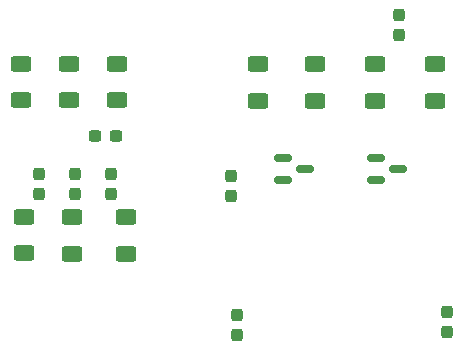
<source format=gbr>
%TF.GenerationSoftware,KiCad,Pcbnew,(6.0.4)*%
%TF.CreationDate,2022-05-15T18:51:46+02:00*%
%TF.ProjectId,BoostController,426f6f73-7443-46f6-9e74-726f6c6c6572,rev?*%
%TF.SameCoordinates,Original*%
%TF.FileFunction,Paste,Top*%
%TF.FilePolarity,Positive*%
%FSLAX46Y46*%
G04 Gerber Fmt 4.6, Leading zero omitted, Abs format (unit mm)*
G04 Created by KiCad (PCBNEW (6.0.4)) date 2022-05-15 18:51:46*
%MOMM*%
%LPD*%
G01*
G04 APERTURE LIST*
G04 Aperture macros list*
%AMRoundRect*
0 Rectangle with rounded corners*
0 $1 Rounding radius*
0 $2 $3 $4 $5 $6 $7 $8 $9 X,Y pos of 4 corners*
0 Add a 4 corners polygon primitive as box body*
4,1,4,$2,$3,$4,$5,$6,$7,$8,$9,$2,$3,0*
0 Add four circle primitives for the rounded corners*
1,1,$1+$1,$2,$3*
1,1,$1+$1,$4,$5*
1,1,$1+$1,$6,$7*
1,1,$1+$1,$8,$9*
0 Add four rect primitives between the rounded corners*
20,1,$1+$1,$2,$3,$4,$5,0*
20,1,$1+$1,$4,$5,$6,$7,0*
20,1,$1+$1,$6,$7,$8,$9,0*
20,1,$1+$1,$8,$9,$2,$3,0*%
G04 Aperture macros list end*
%ADD10RoundRect,0.250000X-0.625000X0.400000X-0.625000X-0.400000X0.625000X-0.400000X0.625000X0.400000X0*%
%ADD11RoundRect,0.250000X0.625000X-0.400000X0.625000X0.400000X-0.625000X0.400000X-0.625000X-0.400000X0*%
%ADD12RoundRect,0.150000X-0.587500X-0.150000X0.587500X-0.150000X0.587500X0.150000X-0.587500X0.150000X0*%
%ADD13RoundRect,0.237500X-0.237500X0.300000X-0.237500X-0.300000X0.237500X-0.300000X0.237500X0.300000X0*%
%ADD14RoundRect,0.237500X0.237500X-0.300000X0.237500X0.300000X-0.237500X0.300000X-0.237500X-0.300000X0*%
%ADD15RoundRect,0.237500X0.300000X0.237500X-0.300000X0.237500X-0.300000X-0.237500X0.300000X-0.237500X0*%
G04 APERTURE END LIST*
D10*
%TO.C,R1*%
X80264000Y-94494000D03*
X80264000Y-97594000D03*
%TD*%
D11*
%TO.C,R2*%
X84836000Y-97594000D03*
X84836000Y-94494000D03*
%TD*%
%TO.C,R3*%
X96012000Y-84640000D03*
X96012000Y-81540000D03*
%TD*%
%TO.C,R4*%
X100838000Y-84640000D03*
X100838000Y-81540000D03*
%TD*%
%TO.C,R5*%
X105918000Y-84640000D03*
X105918000Y-81540000D03*
%TD*%
%TO.C,R6*%
X110998000Y-84640000D03*
X110998000Y-81540000D03*
%TD*%
D12*
%TO.C,Q4*%
X105996500Y-89474000D03*
X105996500Y-91374000D03*
X107871500Y-90424000D03*
%TD*%
%TO.C,Q3*%
X98122500Y-89474000D03*
X98122500Y-91374000D03*
X99997500Y-90424000D03*
%TD*%
D13*
%TO.C,C5*%
X83566000Y-90831500D03*
X83566000Y-92556500D03*
%TD*%
D10*
%TO.C,R24*%
X84074000Y-81508000D03*
X84074000Y-84608000D03*
%TD*%
D13*
%TO.C,C4*%
X80518000Y-90831500D03*
X80518000Y-92556500D03*
%TD*%
D10*
%TO.C,R22*%
X75946000Y-81508000D03*
X75946000Y-84608000D03*
%TD*%
D13*
%TO.C,C8*%
X107950000Y-77369500D03*
X107950000Y-79094500D03*
%TD*%
D14*
%TO.C,C3*%
X94234000Y-104494500D03*
X94234000Y-102769500D03*
%TD*%
D15*
%TO.C,C7*%
X83920500Y-87630000D03*
X82195500Y-87630000D03*
%TD*%
D13*
%TO.C,C9*%
X93726000Y-90985000D03*
X93726000Y-92710000D03*
%TD*%
D10*
%TO.C,R21*%
X76200000Y-94462000D03*
X76200000Y-97562000D03*
%TD*%
D14*
%TO.C,C10*%
X112014000Y-104240500D03*
X112014000Y-102515500D03*
%TD*%
D13*
%TO.C,C1*%
X77470000Y-90831500D03*
X77470000Y-92556500D03*
%TD*%
D10*
%TO.C,R23*%
X80010000Y-81508000D03*
X80010000Y-84608000D03*
%TD*%
M02*

</source>
